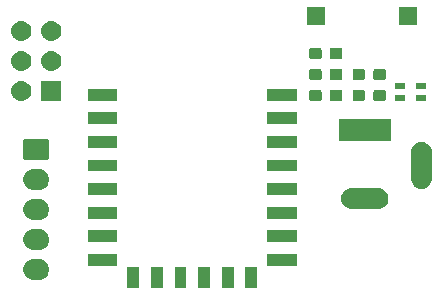
<source format=gbr>
G04 #@! TF.GenerationSoftware,KiCad,Pcbnew,5.0.2-bee76a0~70~ubuntu18.04.1*
G04 #@! TF.CreationDate,2019-12-10T21:20:44+01:00*
G04 #@! TF.ProjectId,RGB_strip,5247425f-7374-4726-9970-2e6b69636164,rev?*
G04 #@! TF.SameCoordinates,Original*
G04 #@! TF.FileFunction,Soldermask,Top*
G04 #@! TF.FilePolarity,Negative*
%FSLAX46Y46*%
G04 Gerber Fmt 4.6, Leading zero omitted, Abs format (unit mm)*
G04 Created by KiCad (PCBNEW 5.0.2-bee76a0~70~ubuntu18.04.1) date mar 10 dic 2019 21:20:44 CET*
%MOMM*%
%LPD*%
G01*
G04 APERTURE LIST*
%ADD10C,0.100000*%
G04 APERTURE END LIST*
D10*
G36*
X121261000Y-109928000D02*
X120261000Y-109928000D01*
X120261000Y-108128000D01*
X121261000Y-108128000D01*
X121261000Y-109928000D01*
X121261000Y-109928000D01*
G37*
G36*
X123261000Y-109928000D02*
X122261000Y-109928000D01*
X122261000Y-108128000D01*
X123261000Y-108128000D01*
X123261000Y-109928000D01*
X123261000Y-109928000D01*
G37*
G36*
X125261000Y-109928000D02*
X124261000Y-109928000D01*
X124261000Y-108128000D01*
X125261000Y-108128000D01*
X125261000Y-109928000D01*
X125261000Y-109928000D01*
G37*
G36*
X115261000Y-109928000D02*
X114261000Y-109928000D01*
X114261000Y-108128000D01*
X115261000Y-108128000D01*
X115261000Y-109928000D01*
X115261000Y-109928000D01*
G37*
G36*
X119261000Y-109928000D02*
X118261000Y-109928000D01*
X118261000Y-108128000D01*
X119261000Y-108128000D01*
X119261000Y-109928000D01*
X119261000Y-109928000D01*
G37*
G36*
X117261000Y-109928000D02*
X116261000Y-109928000D01*
X116261000Y-108128000D01*
X117261000Y-108128000D01*
X117261000Y-109928000D01*
X117261000Y-109928000D01*
G37*
G36*
X106953546Y-107473588D02*
X106953549Y-107473589D01*
X106953550Y-107473589D01*
X107117545Y-107523336D01*
X107117547Y-107523337D01*
X107268686Y-107604122D01*
X107401159Y-107712841D01*
X107509878Y-107845314D01*
X107590663Y-107996453D01*
X107640412Y-108160454D01*
X107657209Y-108331000D01*
X107640412Y-108501546D01*
X107590663Y-108665547D01*
X107509878Y-108816686D01*
X107401159Y-108949159D01*
X107268686Y-109057878D01*
X107117547Y-109138663D01*
X107117545Y-109138664D01*
X106953550Y-109188411D01*
X106953549Y-109188411D01*
X106953546Y-109188412D01*
X106825738Y-109201000D01*
X106280262Y-109201000D01*
X106152454Y-109188412D01*
X106152451Y-109188411D01*
X106152450Y-109188411D01*
X105988455Y-109138664D01*
X105988453Y-109138663D01*
X105837314Y-109057878D01*
X105704841Y-108949159D01*
X105596122Y-108816686D01*
X105515337Y-108665547D01*
X105465588Y-108501546D01*
X105448791Y-108331000D01*
X105465588Y-108160454D01*
X105515337Y-107996453D01*
X105596122Y-107845314D01*
X105704841Y-107712841D01*
X105837314Y-107604122D01*
X105988453Y-107523337D01*
X105988455Y-107523336D01*
X106152450Y-107473589D01*
X106152451Y-107473589D01*
X106152454Y-107473588D01*
X106280262Y-107461000D01*
X106825738Y-107461000D01*
X106953546Y-107473588D01*
X106953546Y-107473588D01*
G37*
G36*
X113411000Y-108028000D02*
X110911000Y-108028000D01*
X110911000Y-107028000D01*
X113411000Y-107028000D01*
X113411000Y-108028000D01*
X113411000Y-108028000D01*
G37*
G36*
X128611000Y-108028000D02*
X126111000Y-108028000D01*
X126111000Y-107028000D01*
X128611000Y-107028000D01*
X128611000Y-108028000D01*
X128611000Y-108028000D01*
G37*
G36*
X106953546Y-104933588D02*
X106953549Y-104933589D01*
X106953550Y-104933589D01*
X107117545Y-104983336D01*
X107117547Y-104983337D01*
X107268686Y-105064122D01*
X107401159Y-105172841D01*
X107509878Y-105305314D01*
X107590663Y-105456453D01*
X107640412Y-105620454D01*
X107657209Y-105791000D01*
X107640412Y-105961546D01*
X107640411Y-105961549D01*
X107640411Y-105961550D01*
X107620254Y-106028000D01*
X107590663Y-106125547D01*
X107509878Y-106276686D01*
X107401159Y-106409159D01*
X107268686Y-106517878D01*
X107117547Y-106598663D01*
X107117545Y-106598664D01*
X106953550Y-106648411D01*
X106953549Y-106648411D01*
X106953546Y-106648412D01*
X106825738Y-106661000D01*
X106280262Y-106661000D01*
X106152454Y-106648412D01*
X106152451Y-106648411D01*
X106152450Y-106648411D01*
X105988455Y-106598664D01*
X105988453Y-106598663D01*
X105837314Y-106517878D01*
X105704841Y-106409159D01*
X105596122Y-106276686D01*
X105515337Y-106125547D01*
X105485747Y-106028000D01*
X105465589Y-105961550D01*
X105465589Y-105961549D01*
X105465588Y-105961546D01*
X105448791Y-105791000D01*
X105465588Y-105620454D01*
X105515337Y-105456453D01*
X105596122Y-105305314D01*
X105704841Y-105172841D01*
X105837314Y-105064122D01*
X105988453Y-104983337D01*
X105988455Y-104983336D01*
X106152450Y-104933589D01*
X106152451Y-104933589D01*
X106152454Y-104933588D01*
X106280262Y-104921000D01*
X106825738Y-104921000D01*
X106953546Y-104933588D01*
X106953546Y-104933588D01*
G37*
G36*
X113411000Y-106028000D02*
X110911000Y-106028000D01*
X110911000Y-105028000D01*
X113411000Y-105028000D01*
X113411000Y-106028000D01*
X113411000Y-106028000D01*
G37*
G36*
X128611000Y-106028000D02*
X126111000Y-106028000D01*
X126111000Y-105028000D01*
X128611000Y-105028000D01*
X128611000Y-106028000D01*
X128611000Y-106028000D01*
G37*
G36*
X106953546Y-102393588D02*
X106953549Y-102393589D01*
X106953550Y-102393589D01*
X107117545Y-102443336D01*
X107117547Y-102443337D01*
X107268686Y-102524122D01*
X107401159Y-102632841D01*
X107509878Y-102765314D01*
X107590663Y-102916453D01*
X107590664Y-102916455D01*
X107637830Y-103071943D01*
X107640412Y-103080454D01*
X107657209Y-103251000D01*
X107640412Y-103421546D01*
X107590663Y-103585547D01*
X107509878Y-103736686D01*
X107401159Y-103869159D01*
X107268686Y-103977878D01*
X107117547Y-104058663D01*
X107117545Y-104058664D01*
X106953550Y-104108411D01*
X106953549Y-104108411D01*
X106953546Y-104108412D01*
X106825738Y-104121000D01*
X106280262Y-104121000D01*
X106152454Y-104108412D01*
X106152451Y-104108411D01*
X106152450Y-104108411D01*
X105988455Y-104058664D01*
X105988453Y-104058663D01*
X105837314Y-103977878D01*
X105704841Y-103869159D01*
X105596122Y-103736686D01*
X105515337Y-103585547D01*
X105465588Y-103421546D01*
X105448791Y-103251000D01*
X105465588Y-103080454D01*
X105468170Y-103071943D01*
X105515336Y-102916455D01*
X105515337Y-102916453D01*
X105596122Y-102765314D01*
X105704841Y-102632841D01*
X105837314Y-102524122D01*
X105988453Y-102443337D01*
X105988455Y-102443336D01*
X106152450Y-102393589D01*
X106152451Y-102393589D01*
X106152454Y-102393588D01*
X106280262Y-102381000D01*
X106825738Y-102381000D01*
X106953546Y-102393588D01*
X106953546Y-102393588D01*
G37*
G36*
X113411000Y-104028000D02*
X110911000Y-104028000D01*
X110911000Y-103028000D01*
X113411000Y-103028000D01*
X113411000Y-104028000D01*
X113411000Y-104028000D01*
G37*
G36*
X128611000Y-104028000D02*
X126111000Y-104028000D01*
X126111000Y-103028000D01*
X128611000Y-103028000D01*
X128611000Y-104028000D01*
X128611000Y-104028000D01*
G37*
G36*
X135642432Y-101433022D02*
X135812081Y-101484485D01*
X135968433Y-101568056D01*
X136105475Y-101680525D01*
X136217944Y-101817567D01*
X136301515Y-101973919D01*
X136352978Y-102143568D01*
X136370354Y-102320000D01*
X136352978Y-102496432D01*
X136301515Y-102666081D01*
X136217944Y-102822433D01*
X136105475Y-102959475D01*
X135968433Y-103071944D01*
X135812081Y-103155515D01*
X135642432Y-103206978D01*
X135510211Y-103220000D01*
X133221789Y-103220000D01*
X133089568Y-103206978D01*
X132919919Y-103155515D01*
X132763567Y-103071944D01*
X132626525Y-102959475D01*
X132514056Y-102822433D01*
X132430485Y-102666081D01*
X132379022Y-102496432D01*
X132361646Y-102320000D01*
X132379022Y-102143568D01*
X132430485Y-101973919D01*
X132514056Y-101817567D01*
X132626525Y-101680525D01*
X132763567Y-101568056D01*
X132919919Y-101484485D01*
X133089568Y-101433022D01*
X133221789Y-101420000D01*
X135510211Y-101420000D01*
X135642432Y-101433022D01*
X135642432Y-101433022D01*
G37*
G36*
X128611000Y-102028000D02*
X126111000Y-102028000D01*
X126111000Y-101028000D01*
X128611000Y-101028000D01*
X128611000Y-102028000D01*
X128611000Y-102028000D01*
G37*
G36*
X113411000Y-102028000D02*
X110911000Y-102028000D01*
X110911000Y-101028000D01*
X113411000Y-101028000D01*
X113411000Y-102028000D01*
X113411000Y-102028000D01*
G37*
G36*
X106953546Y-99853588D02*
X106953549Y-99853589D01*
X106953550Y-99853589D01*
X107117545Y-99903336D01*
X107117547Y-99903337D01*
X107268686Y-99984122D01*
X107401159Y-100092841D01*
X107509878Y-100225314D01*
X107590663Y-100376453D01*
X107640412Y-100540454D01*
X107657209Y-100711000D01*
X107640412Y-100881546D01*
X107590663Y-101045547D01*
X107509878Y-101196686D01*
X107401159Y-101329159D01*
X107268686Y-101437878D01*
X107139410Y-101506977D01*
X107117545Y-101518664D01*
X106953550Y-101568411D01*
X106953549Y-101568411D01*
X106953546Y-101568412D01*
X106825738Y-101581000D01*
X106280262Y-101581000D01*
X106152454Y-101568412D01*
X106152451Y-101568411D01*
X106152450Y-101568411D01*
X105988455Y-101518664D01*
X105966590Y-101506977D01*
X105837314Y-101437878D01*
X105704841Y-101329159D01*
X105596122Y-101196686D01*
X105515337Y-101045547D01*
X105465588Y-100881546D01*
X105448791Y-100711000D01*
X105465588Y-100540454D01*
X105515337Y-100376453D01*
X105596122Y-100225314D01*
X105704841Y-100092841D01*
X105837314Y-99984122D01*
X105988453Y-99903337D01*
X105988455Y-99903336D01*
X106152450Y-99853589D01*
X106152451Y-99853589D01*
X106152454Y-99853588D01*
X106280262Y-99841000D01*
X106825738Y-99841000D01*
X106953546Y-99853588D01*
X106953546Y-99853588D01*
G37*
G36*
X139342431Y-97533022D02*
X139512076Y-97584484D01*
X139668436Y-97668059D01*
X139805475Y-97780525D01*
X139917944Y-97917567D01*
X140001515Y-98073919D01*
X140052978Y-98243568D01*
X140066000Y-98375789D01*
X140066000Y-100664211D01*
X140052978Y-100796432D01*
X140001515Y-100966081D01*
X139917944Y-101122433D01*
X139805475Y-101259475D01*
X139668433Y-101371944D01*
X139512081Y-101455515D01*
X139342432Y-101506978D01*
X139166000Y-101524354D01*
X138989569Y-101506978D01*
X138819920Y-101455515D01*
X138663568Y-101371944D01*
X138526526Y-101259475D01*
X138414057Y-101122433D01*
X138330486Y-100966081D01*
X138279023Y-100796432D01*
X138266001Y-100664211D01*
X138266000Y-98375790D01*
X138279022Y-98243569D01*
X138330484Y-98073924D01*
X138414059Y-97917564D01*
X138526525Y-97780525D01*
X138663567Y-97668056D01*
X138819919Y-97584485D01*
X138989568Y-97533022D01*
X139166000Y-97515646D01*
X139342431Y-97533022D01*
X139342431Y-97533022D01*
G37*
G36*
X128611000Y-100028000D02*
X126111000Y-100028000D01*
X126111000Y-99028000D01*
X128611000Y-99028000D01*
X128611000Y-100028000D01*
X128611000Y-100028000D01*
G37*
G36*
X113411000Y-100028000D02*
X110911000Y-100028000D01*
X110911000Y-99028000D01*
X113411000Y-99028000D01*
X113411000Y-100028000D01*
X113411000Y-100028000D01*
G37*
G36*
X107523355Y-97304685D02*
X107553431Y-97313808D01*
X107581145Y-97328622D01*
X107605440Y-97348560D01*
X107625378Y-97372855D01*
X107640192Y-97400569D01*
X107649315Y-97430645D01*
X107653000Y-97468059D01*
X107653000Y-98873941D01*
X107649315Y-98911355D01*
X107640192Y-98941431D01*
X107625378Y-98969145D01*
X107605440Y-98993440D01*
X107581145Y-99013378D01*
X107553431Y-99028192D01*
X107523355Y-99037315D01*
X107485941Y-99041000D01*
X105620059Y-99041000D01*
X105582645Y-99037315D01*
X105552569Y-99028192D01*
X105524855Y-99013378D01*
X105500560Y-98993440D01*
X105480622Y-98969145D01*
X105465808Y-98941431D01*
X105456685Y-98911355D01*
X105453000Y-98873941D01*
X105453000Y-97468059D01*
X105456685Y-97430645D01*
X105465808Y-97400569D01*
X105480622Y-97372855D01*
X105500560Y-97348560D01*
X105524855Y-97328622D01*
X105552569Y-97313808D01*
X105582645Y-97304685D01*
X105620059Y-97301000D01*
X107485941Y-97301000D01*
X107523355Y-97304685D01*
X107523355Y-97304685D01*
G37*
G36*
X113411000Y-98028000D02*
X110911000Y-98028000D01*
X110911000Y-97028000D01*
X113411000Y-97028000D01*
X113411000Y-98028000D01*
X113411000Y-98028000D01*
G37*
G36*
X128611000Y-98028000D02*
X126111000Y-98028000D01*
X126111000Y-97028000D01*
X128611000Y-97028000D01*
X128611000Y-98028000D01*
X128611000Y-98028000D01*
G37*
G36*
X136566000Y-97420000D02*
X132166000Y-97420000D01*
X132166000Y-95620000D01*
X136566000Y-95620000D01*
X136566000Y-97420000D01*
X136566000Y-97420000D01*
G37*
G36*
X113411000Y-96028000D02*
X110911000Y-96028000D01*
X110911000Y-95028000D01*
X113411000Y-95028000D01*
X113411000Y-96028000D01*
X113411000Y-96028000D01*
G37*
G36*
X128611000Y-96028000D02*
X126111000Y-96028000D01*
X126111000Y-95028000D01*
X128611000Y-95028000D01*
X128611000Y-96028000D01*
X128611000Y-96028000D01*
G37*
G36*
X139534000Y-94107000D02*
X138684000Y-94107000D01*
X138684000Y-93557000D01*
X139534000Y-93557000D01*
X139534000Y-94107000D01*
X139534000Y-94107000D01*
G37*
G36*
X137784000Y-94107000D02*
X136934000Y-94107000D01*
X136934000Y-93557000D01*
X137784000Y-93557000D01*
X137784000Y-94107000D01*
X137784000Y-94107000D01*
G37*
G36*
X132323024Y-93127955D02*
X132355736Y-93137879D01*
X132385890Y-93153997D01*
X132412316Y-93175684D01*
X132434003Y-93202110D01*
X132450121Y-93232264D01*
X132460045Y-93264976D01*
X132464000Y-93305138D01*
X132464000Y-93892862D01*
X132460045Y-93933024D01*
X132450121Y-93965736D01*
X132434003Y-93995890D01*
X132412316Y-94022316D01*
X132385890Y-94044003D01*
X132355736Y-94060121D01*
X132323024Y-94070045D01*
X132282862Y-94074000D01*
X131595138Y-94074000D01*
X131554976Y-94070045D01*
X131522264Y-94060121D01*
X131492110Y-94044003D01*
X131465684Y-94022316D01*
X131443997Y-93995890D01*
X131427879Y-93965736D01*
X131417955Y-93933024D01*
X131414000Y-93892862D01*
X131414000Y-93305138D01*
X131417955Y-93264976D01*
X131427879Y-93232264D01*
X131443997Y-93202110D01*
X131465684Y-93175684D01*
X131492110Y-93153997D01*
X131522264Y-93137879D01*
X131554976Y-93127955D01*
X131595138Y-93124000D01*
X132282862Y-93124000D01*
X132323024Y-93127955D01*
X132323024Y-93127955D01*
G37*
G36*
X130573024Y-93127955D02*
X130605736Y-93137879D01*
X130635890Y-93153997D01*
X130662316Y-93175684D01*
X130684003Y-93202110D01*
X130700121Y-93232264D01*
X130710045Y-93264976D01*
X130714000Y-93305138D01*
X130714000Y-93892862D01*
X130710045Y-93933024D01*
X130700121Y-93965736D01*
X130684003Y-93995890D01*
X130662316Y-94022316D01*
X130635890Y-94044003D01*
X130605736Y-94060121D01*
X130573024Y-94070045D01*
X130532862Y-94074000D01*
X129845138Y-94074000D01*
X129804976Y-94070045D01*
X129772264Y-94060121D01*
X129742110Y-94044003D01*
X129715684Y-94022316D01*
X129693997Y-93995890D01*
X129677879Y-93965736D01*
X129667955Y-93933024D01*
X129664000Y-93892862D01*
X129664000Y-93305138D01*
X129667955Y-93264976D01*
X129677879Y-93232264D01*
X129693997Y-93202110D01*
X129715684Y-93175684D01*
X129742110Y-93153997D01*
X129772264Y-93137879D01*
X129804976Y-93127955D01*
X129845138Y-93124000D01*
X130532862Y-93124000D01*
X130573024Y-93127955D01*
X130573024Y-93127955D01*
G37*
G36*
X136006024Y-93127955D02*
X136038736Y-93137879D01*
X136068890Y-93153997D01*
X136095316Y-93175684D01*
X136117003Y-93202110D01*
X136133121Y-93232264D01*
X136143045Y-93264976D01*
X136147000Y-93305138D01*
X136147000Y-93892862D01*
X136143045Y-93933024D01*
X136133121Y-93965736D01*
X136117003Y-93995890D01*
X136095316Y-94022316D01*
X136068890Y-94044003D01*
X136038736Y-94060121D01*
X136006024Y-94070045D01*
X135965862Y-94074000D01*
X135278138Y-94074000D01*
X135237976Y-94070045D01*
X135205264Y-94060121D01*
X135175110Y-94044003D01*
X135148684Y-94022316D01*
X135126997Y-93995890D01*
X135110879Y-93965736D01*
X135100955Y-93933024D01*
X135097000Y-93892862D01*
X135097000Y-93305138D01*
X135100955Y-93264976D01*
X135110879Y-93232264D01*
X135126997Y-93202110D01*
X135148684Y-93175684D01*
X135175110Y-93153997D01*
X135205264Y-93137879D01*
X135237976Y-93127955D01*
X135278138Y-93124000D01*
X135965862Y-93124000D01*
X136006024Y-93127955D01*
X136006024Y-93127955D01*
G37*
G36*
X134256024Y-93127955D02*
X134288736Y-93137879D01*
X134318890Y-93153997D01*
X134345316Y-93175684D01*
X134367003Y-93202110D01*
X134383121Y-93232264D01*
X134393045Y-93264976D01*
X134397000Y-93305138D01*
X134397000Y-93892862D01*
X134393045Y-93933024D01*
X134383121Y-93965736D01*
X134367003Y-93995890D01*
X134345316Y-94022316D01*
X134318890Y-94044003D01*
X134288736Y-94060121D01*
X134256024Y-94070045D01*
X134215862Y-94074000D01*
X133528138Y-94074000D01*
X133487976Y-94070045D01*
X133455264Y-94060121D01*
X133425110Y-94044003D01*
X133398684Y-94022316D01*
X133376997Y-93995890D01*
X133360879Y-93965736D01*
X133350955Y-93933024D01*
X133347000Y-93892862D01*
X133347000Y-93305138D01*
X133350955Y-93264976D01*
X133360879Y-93232264D01*
X133376997Y-93202110D01*
X133398684Y-93175684D01*
X133425110Y-93153997D01*
X133455264Y-93137879D01*
X133487976Y-93127955D01*
X133528138Y-93124000D01*
X134215862Y-93124000D01*
X134256024Y-93127955D01*
X134256024Y-93127955D01*
G37*
G36*
X108673000Y-94068000D02*
X106973000Y-94068000D01*
X106973000Y-92368000D01*
X108673000Y-92368000D01*
X108673000Y-94068000D01*
X108673000Y-94068000D01*
G37*
G36*
X105449630Y-92380299D02*
X105609855Y-92428903D01*
X105757520Y-92507831D01*
X105886949Y-92614051D01*
X105993169Y-92743480D01*
X106072097Y-92891145D01*
X106120701Y-93051370D01*
X106137112Y-93218000D01*
X106120701Y-93384630D01*
X106072097Y-93544855D01*
X105993169Y-93692520D01*
X105886949Y-93821949D01*
X105757520Y-93928169D01*
X105609855Y-94007097D01*
X105449630Y-94055701D01*
X105324752Y-94068000D01*
X105241248Y-94068000D01*
X105116370Y-94055701D01*
X104956145Y-94007097D01*
X104808480Y-93928169D01*
X104679051Y-93821949D01*
X104572831Y-93692520D01*
X104493903Y-93544855D01*
X104445299Y-93384630D01*
X104428888Y-93218000D01*
X104445299Y-93051370D01*
X104493903Y-92891145D01*
X104572831Y-92743480D01*
X104679051Y-92614051D01*
X104808480Y-92507831D01*
X104956145Y-92428903D01*
X105116370Y-92380299D01*
X105241248Y-92368000D01*
X105324752Y-92368000D01*
X105449630Y-92380299D01*
X105449630Y-92380299D01*
G37*
G36*
X113411000Y-94028000D02*
X110911000Y-94028000D01*
X110911000Y-93028000D01*
X113411000Y-93028000D01*
X113411000Y-94028000D01*
X113411000Y-94028000D01*
G37*
G36*
X128611000Y-94028000D02*
X126111000Y-94028000D01*
X126111000Y-93028000D01*
X128611000Y-93028000D01*
X128611000Y-94028000D01*
X128611000Y-94028000D01*
G37*
G36*
X137784000Y-93057000D02*
X136934000Y-93057000D01*
X136934000Y-92507000D01*
X137784000Y-92507000D01*
X137784000Y-93057000D01*
X137784000Y-93057000D01*
G37*
G36*
X139534000Y-93057000D02*
X138684000Y-93057000D01*
X138684000Y-92507000D01*
X139534000Y-92507000D01*
X139534000Y-93057000D01*
X139534000Y-93057000D01*
G37*
G36*
X134256024Y-91349955D02*
X134288736Y-91359879D01*
X134318890Y-91375997D01*
X134345316Y-91397684D01*
X134367003Y-91424110D01*
X134383121Y-91454264D01*
X134393045Y-91486976D01*
X134397000Y-91527138D01*
X134397000Y-92114862D01*
X134393045Y-92155024D01*
X134383121Y-92187736D01*
X134367003Y-92217890D01*
X134345316Y-92244316D01*
X134318890Y-92266003D01*
X134288736Y-92282121D01*
X134256024Y-92292045D01*
X134215862Y-92296000D01*
X133528138Y-92296000D01*
X133487976Y-92292045D01*
X133455264Y-92282121D01*
X133425110Y-92266003D01*
X133398684Y-92244316D01*
X133376997Y-92217890D01*
X133360879Y-92187736D01*
X133350955Y-92155024D01*
X133347000Y-92114862D01*
X133347000Y-91527138D01*
X133350955Y-91486976D01*
X133360879Y-91454264D01*
X133376997Y-91424110D01*
X133398684Y-91397684D01*
X133425110Y-91375997D01*
X133455264Y-91359879D01*
X133487976Y-91349955D01*
X133528138Y-91346000D01*
X134215862Y-91346000D01*
X134256024Y-91349955D01*
X134256024Y-91349955D01*
G37*
G36*
X136006024Y-91349955D02*
X136038736Y-91359879D01*
X136068890Y-91375997D01*
X136095316Y-91397684D01*
X136117003Y-91424110D01*
X136133121Y-91454264D01*
X136143045Y-91486976D01*
X136147000Y-91527138D01*
X136147000Y-92114862D01*
X136143045Y-92155024D01*
X136133121Y-92187736D01*
X136117003Y-92217890D01*
X136095316Y-92244316D01*
X136068890Y-92266003D01*
X136038736Y-92282121D01*
X136006024Y-92292045D01*
X135965862Y-92296000D01*
X135278138Y-92296000D01*
X135237976Y-92292045D01*
X135205264Y-92282121D01*
X135175110Y-92266003D01*
X135148684Y-92244316D01*
X135126997Y-92217890D01*
X135110879Y-92187736D01*
X135100955Y-92155024D01*
X135097000Y-92114862D01*
X135097000Y-91527138D01*
X135100955Y-91486976D01*
X135110879Y-91454264D01*
X135126997Y-91424110D01*
X135148684Y-91397684D01*
X135175110Y-91375997D01*
X135205264Y-91359879D01*
X135237976Y-91349955D01*
X135278138Y-91346000D01*
X135965862Y-91346000D01*
X136006024Y-91349955D01*
X136006024Y-91349955D01*
G37*
G36*
X130573024Y-91349955D02*
X130605736Y-91359879D01*
X130635890Y-91375997D01*
X130662316Y-91397684D01*
X130684003Y-91424110D01*
X130700121Y-91454264D01*
X130710045Y-91486976D01*
X130714000Y-91527138D01*
X130714000Y-92114862D01*
X130710045Y-92155024D01*
X130700121Y-92187736D01*
X130684003Y-92217890D01*
X130662316Y-92244316D01*
X130635890Y-92266003D01*
X130605736Y-92282121D01*
X130573024Y-92292045D01*
X130532862Y-92296000D01*
X129845138Y-92296000D01*
X129804976Y-92292045D01*
X129772264Y-92282121D01*
X129742110Y-92266003D01*
X129715684Y-92244316D01*
X129693997Y-92217890D01*
X129677879Y-92187736D01*
X129667955Y-92155024D01*
X129664000Y-92114862D01*
X129664000Y-91527138D01*
X129667955Y-91486976D01*
X129677879Y-91454264D01*
X129693997Y-91424110D01*
X129715684Y-91397684D01*
X129742110Y-91375997D01*
X129772264Y-91359879D01*
X129804976Y-91349955D01*
X129845138Y-91346000D01*
X130532862Y-91346000D01*
X130573024Y-91349955D01*
X130573024Y-91349955D01*
G37*
G36*
X132323024Y-91349955D02*
X132355736Y-91359879D01*
X132385890Y-91375997D01*
X132412316Y-91397684D01*
X132434003Y-91424110D01*
X132450121Y-91454264D01*
X132460045Y-91486976D01*
X132464000Y-91527138D01*
X132464000Y-92114862D01*
X132460045Y-92155024D01*
X132450121Y-92187736D01*
X132434003Y-92217890D01*
X132412316Y-92244316D01*
X132385890Y-92266003D01*
X132355736Y-92282121D01*
X132323024Y-92292045D01*
X132282862Y-92296000D01*
X131595138Y-92296000D01*
X131554976Y-92292045D01*
X131522264Y-92282121D01*
X131492110Y-92266003D01*
X131465684Y-92244316D01*
X131443997Y-92217890D01*
X131427879Y-92187736D01*
X131417955Y-92155024D01*
X131414000Y-92114862D01*
X131414000Y-91527138D01*
X131417955Y-91486976D01*
X131427879Y-91454264D01*
X131443997Y-91424110D01*
X131465684Y-91397684D01*
X131492110Y-91375997D01*
X131522264Y-91359879D01*
X131554976Y-91349955D01*
X131595138Y-91346000D01*
X132282862Y-91346000D01*
X132323024Y-91349955D01*
X132323024Y-91349955D01*
G37*
G36*
X105449630Y-89840299D02*
X105609855Y-89888903D01*
X105757520Y-89967831D01*
X105886949Y-90074051D01*
X105993169Y-90203480D01*
X106072097Y-90351145D01*
X106120701Y-90511370D01*
X106137112Y-90678000D01*
X106120701Y-90844630D01*
X106072097Y-91004855D01*
X105993169Y-91152520D01*
X105886949Y-91281949D01*
X105757520Y-91388169D01*
X105609855Y-91467097D01*
X105449630Y-91515701D01*
X105324752Y-91528000D01*
X105241248Y-91528000D01*
X105116370Y-91515701D01*
X104956145Y-91467097D01*
X104808480Y-91388169D01*
X104679051Y-91281949D01*
X104572831Y-91152520D01*
X104493903Y-91004855D01*
X104445299Y-90844630D01*
X104428888Y-90678000D01*
X104445299Y-90511370D01*
X104493903Y-90351145D01*
X104572831Y-90203480D01*
X104679051Y-90074051D01*
X104808480Y-89967831D01*
X104956145Y-89888903D01*
X105116370Y-89840299D01*
X105241248Y-89828000D01*
X105324752Y-89828000D01*
X105449630Y-89840299D01*
X105449630Y-89840299D01*
G37*
G36*
X107989630Y-89840299D02*
X108149855Y-89888903D01*
X108297520Y-89967831D01*
X108426949Y-90074051D01*
X108533169Y-90203480D01*
X108612097Y-90351145D01*
X108660701Y-90511370D01*
X108677112Y-90678000D01*
X108660701Y-90844630D01*
X108612097Y-91004855D01*
X108533169Y-91152520D01*
X108426949Y-91281949D01*
X108297520Y-91388169D01*
X108149855Y-91467097D01*
X107989630Y-91515701D01*
X107864752Y-91528000D01*
X107781248Y-91528000D01*
X107656370Y-91515701D01*
X107496145Y-91467097D01*
X107348480Y-91388169D01*
X107219051Y-91281949D01*
X107112831Y-91152520D01*
X107033903Y-91004855D01*
X106985299Y-90844630D01*
X106968888Y-90678000D01*
X106985299Y-90511370D01*
X107033903Y-90351145D01*
X107112831Y-90203480D01*
X107219051Y-90074051D01*
X107348480Y-89967831D01*
X107496145Y-89888903D01*
X107656370Y-89840299D01*
X107781248Y-89828000D01*
X107864752Y-89828000D01*
X107989630Y-89840299D01*
X107989630Y-89840299D01*
G37*
G36*
X130573024Y-89571955D02*
X130605736Y-89581879D01*
X130635890Y-89597997D01*
X130662316Y-89619684D01*
X130684003Y-89646110D01*
X130700121Y-89676264D01*
X130710045Y-89708976D01*
X130714000Y-89749138D01*
X130714000Y-90336862D01*
X130710045Y-90377024D01*
X130700121Y-90409736D01*
X130684003Y-90439890D01*
X130662316Y-90466316D01*
X130635890Y-90488003D01*
X130605736Y-90504121D01*
X130573024Y-90514045D01*
X130532862Y-90518000D01*
X129845138Y-90518000D01*
X129804976Y-90514045D01*
X129772264Y-90504121D01*
X129742110Y-90488003D01*
X129715684Y-90466316D01*
X129693997Y-90439890D01*
X129677879Y-90409736D01*
X129667955Y-90377024D01*
X129664000Y-90336862D01*
X129664000Y-89749138D01*
X129667955Y-89708976D01*
X129677879Y-89676264D01*
X129693997Y-89646110D01*
X129715684Y-89619684D01*
X129742110Y-89597997D01*
X129772264Y-89581879D01*
X129804976Y-89571955D01*
X129845138Y-89568000D01*
X130532862Y-89568000D01*
X130573024Y-89571955D01*
X130573024Y-89571955D01*
G37*
G36*
X132323024Y-89571955D02*
X132355736Y-89581879D01*
X132385890Y-89597997D01*
X132412316Y-89619684D01*
X132434003Y-89646110D01*
X132450121Y-89676264D01*
X132460045Y-89708976D01*
X132464000Y-89749138D01*
X132464000Y-90336862D01*
X132460045Y-90377024D01*
X132450121Y-90409736D01*
X132434003Y-90439890D01*
X132412316Y-90466316D01*
X132385890Y-90488003D01*
X132355736Y-90504121D01*
X132323024Y-90514045D01*
X132282862Y-90518000D01*
X131595138Y-90518000D01*
X131554976Y-90514045D01*
X131522264Y-90504121D01*
X131492110Y-90488003D01*
X131465684Y-90466316D01*
X131443997Y-90439890D01*
X131427879Y-90409736D01*
X131417955Y-90377024D01*
X131414000Y-90336862D01*
X131414000Y-89749138D01*
X131417955Y-89708976D01*
X131427879Y-89676264D01*
X131443997Y-89646110D01*
X131465684Y-89619684D01*
X131492110Y-89597997D01*
X131522264Y-89581879D01*
X131554976Y-89571955D01*
X131595138Y-89568000D01*
X132282862Y-89568000D01*
X132323024Y-89571955D01*
X132323024Y-89571955D01*
G37*
G36*
X107989630Y-87300299D02*
X108149855Y-87348903D01*
X108297520Y-87427831D01*
X108426949Y-87534051D01*
X108533169Y-87663480D01*
X108612097Y-87811145D01*
X108660701Y-87971370D01*
X108677112Y-88138000D01*
X108660701Y-88304630D01*
X108612097Y-88464855D01*
X108533169Y-88612520D01*
X108426949Y-88741949D01*
X108297520Y-88848169D01*
X108149855Y-88927097D01*
X107989630Y-88975701D01*
X107864752Y-88988000D01*
X107781248Y-88988000D01*
X107656370Y-88975701D01*
X107496145Y-88927097D01*
X107348480Y-88848169D01*
X107219051Y-88741949D01*
X107112831Y-88612520D01*
X107033903Y-88464855D01*
X106985299Y-88304630D01*
X106968888Y-88138000D01*
X106985299Y-87971370D01*
X107033903Y-87811145D01*
X107112831Y-87663480D01*
X107219051Y-87534051D01*
X107348480Y-87427831D01*
X107496145Y-87348903D01*
X107656370Y-87300299D01*
X107781248Y-87288000D01*
X107864752Y-87288000D01*
X107989630Y-87300299D01*
X107989630Y-87300299D01*
G37*
G36*
X105449630Y-87300299D02*
X105609855Y-87348903D01*
X105757520Y-87427831D01*
X105886949Y-87534051D01*
X105993169Y-87663480D01*
X106072097Y-87811145D01*
X106120701Y-87971370D01*
X106137112Y-88138000D01*
X106120701Y-88304630D01*
X106072097Y-88464855D01*
X105993169Y-88612520D01*
X105886949Y-88741949D01*
X105757520Y-88848169D01*
X105609855Y-88927097D01*
X105449630Y-88975701D01*
X105324752Y-88988000D01*
X105241248Y-88988000D01*
X105116370Y-88975701D01*
X104956145Y-88927097D01*
X104808480Y-88848169D01*
X104679051Y-88741949D01*
X104572831Y-88612520D01*
X104493903Y-88464855D01*
X104445299Y-88304630D01*
X104428888Y-88138000D01*
X104445299Y-87971370D01*
X104493903Y-87811145D01*
X104572831Y-87663480D01*
X104679051Y-87534051D01*
X104808480Y-87427831D01*
X104956145Y-87348903D01*
X105116370Y-87300299D01*
X105241248Y-87288000D01*
X105324752Y-87288000D01*
X105449630Y-87300299D01*
X105449630Y-87300299D01*
G37*
G36*
X138762000Y-87618000D02*
X137262000Y-87618000D01*
X137262000Y-86118000D01*
X138762000Y-86118000D01*
X138762000Y-87618000D01*
X138762000Y-87618000D01*
G37*
G36*
X130962000Y-87618000D02*
X129462000Y-87618000D01*
X129462000Y-86118000D01*
X130962000Y-86118000D01*
X130962000Y-87618000D01*
X130962000Y-87618000D01*
G37*
M02*

</source>
